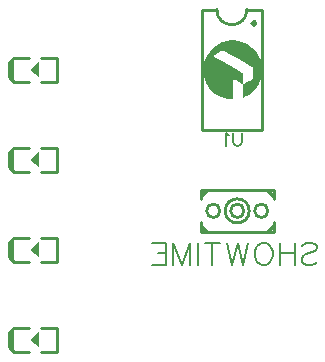
<source format=gbo>
G04 Layer: BottomSilkscreenLayer*
G04 EasyEDA v6.5.22, 2022-11-24 10:27:38*
G04 c2ffbf048bd549cebe30352b3eb0f613,ed70181f279245e6aff80281ee7dc86a,10*
G04 Gerber Generator version 0.2*
G04 Scale: 100 percent, Rotated: No, Reflected: No *
G04 Dimensions in millimeters *
G04 leading zeros omitted , absolute positions ,4 integer and 5 decimal *
%FSLAX45Y45*%
%MOMM*%

%ADD10C,0.1524*%
%ADD11C,0.2540*%

%LPD*%
G36*
X4065574Y5774486D02*
G01*
X4050792Y5774283D01*
X4037329Y5773572D01*
X4026458Y5772404D01*
X4014978Y5770270D01*
X4003548Y5767578D01*
X3992321Y5764326D01*
X3981196Y5760567D01*
X3970223Y5756300D01*
X3959453Y5751474D01*
X3948937Y5746191D01*
X3938625Y5740450D01*
X3928567Y5734202D01*
X3918813Y5727547D01*
X3909314Y5720435D01*
X3900220Y5712917D01*
X3891432Y5705043D01*
X3882999Y5696712D01*
X3875024Y5688076D01*
X3867454Y5679033D01*
X3860292Y5669686D01*
X3853637Y5659983D01*
X3847541Y5650026D01*
X3841902Y5639663D01*
X3836720Y5628894D01*
X3832047Y5617819D01*
X3827932Y5606440D01*
X3824274Y5594858D01*
X3821176Y5583123D01*
X3818585Y5571236D01*
X3816553Y5559298D01*
X3815130Y5547360D01*
X3814267Y5535472D01*
X3814013Y5523636D01*
X3814368Y5512003D01*
X3815283Y5500522D01*
X3817061Y5487670D01*
X3819398Y5475020D01*
X3822242Y5462625D01*
X3825697Y5450433D01*
X3829710Y5438597D01*
X3834231Y5427014D01*
X3839260Y5415737D01*
X3844798Y5404764D01*
X3850894Y5394147D01*
X3857447Y5383885D01*
X3864508Y5373928D01*
X3872077Y5364378D01*
X3880053Y5355234D01*
X3888536Y5346446D01*
X3897477Y5338064D01*
X3906824Y5330139D01*
X3916629Y5322620D01*
X3926890Y5315610D01*
X3937508Y5309006D01*
X3948582Y5302910D01*
X3961231Y5296814D01*
X3974490Y5291328D01*
X3988104Y5286451D01*
X4001820Y5282336D01*
X4015435Y5279034D01*
X4028643Y5276545D01*
X4041190Y5275021D01*
X4047134Y5274614D01*
X4064406Y5274513D01*
X4064558Y5395976D01*
X4065422Y5435244D01*
X4065828Y5439105D01*
X4067098Y5441188D01*
X4069130Y5442305D01*
X4072128Y5442407D01*
X4076293Y5441391D01*
X4081729Y5439206D01*
X4088688Y5435803D01*
X4130395Y5412536D01*
X4137812Y5408676D01*
X4141317Y5407304D01*
X4143756Y5407609D01*
X4145686Y5408828D01*
X4147159Y5411216D01*
X4148226Y5415076D01*
X4148988Y5420766D01*
X4149445Y5428488D01*
X4149699Y5451551D01*
X4149547Y5467502D01*
X4148988Y5480862D01*
X4148175Y5490565D01*
X4147718Y5493766D01*
X4147159Y5495696D01*
X4145991Y5497068D01*
X4143400Y5499201D01*
X4133748Y5505805D01*
X4117797Y5515813D01*
X4095089Y5529427D01*
X4028033Y5568543D01*
X3968750Y5602833D01*
X3925417Y5628284D01*
X3907332Y5639257D01*
X3903675Y5643930D01*
X3904437Y5648553D01*
X3910228Y5653989D01*
X3921556Y5660999D01*
X3963974Y5685586D01*
X3970578Y5688838D01*
X3976014Y5691022D01*
X3979468Y5691835D01*
X3981704Y5691124D01*
X3992676Y5685790D01*
X4010812Y5676036D01*
X4034536Y5662879D01*
X4099966Y5625439D01*
X4159961Y5590184D01*
X4186326Y5574385D01*
X4208119Y5561025D01*
X4223715Y5551017D01*
X4228693Y5547614D01*
X4231487Y5545429D01*
X4231995Y5544820D01*
X4232706Y5542788D01*
X4233367Y5539689D01*
X4234281Y5530240D01*
X4234840Y5516118D01*
X4235043Y5497068D01*
X4234891Y5475020D01*
X4234332Y5461660D01*
X4233824Y5457444D01*
X4233062Y5454345D01*
X4232148Y5452160D01*
X4230928Y5450433D01*
X4226610Y5447030D01*
X4217873Y5441289D01*
X4206087Y5434025D01*
X4178706Y5418175D01*
X4158183Y5405729D01*
X4153814Y5402681D01*
X4152544Y5401157D01*
X4151579Y5399024D01*
X4150868Y5395671D01*
X4150410Y5390642D01*
X4150055Y5373573D01*
X4150918Y5288584D01*
X4176268Y5300929D01*
X4187037Y5306771D01*
X4197451Y5313019D01*
X4207459Y5319674D01*
X4217111Y5326735D01*
X4226306Y5334203D01*
X4235145Y5341975D01*
X4243527Y5350154D01*
X4251502Y5358638D01*
X4259021Y5367477D01*
X4266082Y5376621D01*
X4272686Y5386070D01*
X4278884Y5395823D01*
X4284573Y5405831D01*
X4289806Y5416143D01*
X4294530Y5426659D01*
X4298746Y5437479D01*
X4302506Y5448452D01*
X4305706Y5459679D01*
X4308449Y5471109D01*
X4310634Y5482742D01*
X4312259Y5494528D01*
X4313377Y5506466D01*
X4313936Y5518556D01*
X4313936Y5530951D01*
X4313377Y5543245D01*
X4312310Y5555284D01*
X4310735Y5567121D01*
X4308602Y5578754D01*
X4305909Y5590133D01*
X4302709Y5601309D01*
X4298950Y5612231D01*
X4294682Y5623001D01*
X4289806Y5633516D01*
X4284472Y5643778D01*
X4278528Y5653887D01*
X4272076Y5663793D01*
X4265066Y5673496D01*
X4257497Y5682996D01*
X4249369Y5692292D01*
X4240377Y5701741D01*
X4230420Y5711088D01*
X4220006Y5719876D01*
X4209135Y5728106D01*
X4197908Y5735777D01*
X4186275Y5742838D01*
X4174337Y5749239D01*
X4162094Y5754979D01*
X4149598Y5760059D01*
X4136948Y5764428D01*
X4124096Y5768086D01*
X4111193Y5770981D01*
X4099661Y5772861D01*
X4087317Y5773877D01*
X4073042Y5774436D01*
G37*
D10*
X4140200Y4992115D02*
G01*
X4140200Y4914137D01*
X4135120Y4898644D01*
X4124706Y4888229D01*
X4108958Y4883150D01*
X4098543Y4883150D01*
X4083050Y4888229D01*
X4072636Y4898644D01*
X4067556Y4914137D01*
X4067556Y4992115D01*
X4033265Y4971287D02*
G01*
X4022852Y4976621D01*
X4007104Y4992115D01*
X4007104Y4883150D01*
X4647928Y4035346D02*
G01*
X4666109Y4053527D01*
X4693381Y4062618D01*
X4729746Y4062618D01*
X4757018Y4053527D01*
X4775200Y4035346D01*
X4775200Y4017162D01*
X4766109Y3998981D01*
X4757018Y3989890D01*
X4738837Y3980799D01*
X4684290Y3962618D01*
X4666109Y3953527D01*
X4657018Y3944437D01*
X4647928Y3926253D01*
X4647928Y3898981D01*
X4666109Y3880799D01*
X4693381Y3871709D01*
X4729746Y3871709D01*
X4757018Y3880799D01*
X4775200Y3898981D01*
X4587928Y4062618D02*
G01*
X4587928Y3871709D01*
X4460654Y4062618D02*
G01*
X4460654Y3871709D01*
X4587928Y3971709D02*
G01*
X4460654Y3971709D01*
X4346110Y4062618D02*
G01*
X4364291Y4053527D01*
X4382472Y4035346D01*
X4391563Y4017162D01*
X4400654Y3989890D01*
X4400654Y3944437D01*
X4391563Y3917162D01*
X4382472Y3898981D01*
X4364291Y3880799D01*
X4346110Y3871709D01*
X4309747Y3871709D01*
X4291563Y3880799D01*
X4273382Y3898981D01*
X4264291Y3917162D01*
X4255201Y3944437D01*
X4255201Y3989890D01*
X4264291Y4017162D01*
X4273382Y4035346D01*
X4291563Y4053527D01*
X4309747Y4062618D01*
X4346110Y4062618D01*
X4195201Y4062618D02*
G01*
X4149747Y3871709D01*
X4104292Y4062618D02*
G01*
X4149747Y3871709D01*
X4104292Y4062618D02*
G01*
X4058838Y3871709D01*
X4013382Y4062618D02*
G01*
X4058838Y3871709D01*
X3889748Y4062618D02*
G01*
X3889748Y3871709D01*
X3953383Y4062618D02*
G01*
X3826111Y4062618D01*
X3766111Y4062618D02*
G01*
X3766111Y3871709D01*
X3706111Y4062618D02*
G01*
X3706111Y3871709D01*
X3706111Y4062618D02*
G01*
X3633383Y3871709D01*
X3560655Y4062618D02*
G01*
X3633383Y3871709D01*
X3560655Y4062618D02*
G01*
X3560655Y3871709D01*
X3500655Y4062618D02*
G01*
X3500655Y3871709D01*
X3500655Y4062618D02*
G01*
X3382474Y4062618D01*
X3500655Y3971709D02*
G01*
X3427930Y3971709D01*
X3500655Y3871709D02*
G01*
X3382474Y3871709D01*
G36*
X2425700Y5588000D02*
G01*
X2349500Y5524500D01*
X2425700Y5461000D01*
G37*
G36*
X2425700Y4826000D02*
G01*
X2349500Y4762500D01*
X2425700Y4699000D01*
G37*
G36*
X2425700Y4064000D02*
G01*
X2349500Y4000500D01*
X2425700Y3937000D01*
G37*
G36*
X2425700Y3302000D02*
G01*
X2349500Y3238500D01*
X2425700Y3175000D01*
G37*
D11*
X3929001Y6034199D02*
G01*
X3802001Y6034199D01*
X4310001Y5018199D02*
G01*
X3802001Y5018199D01*
X3802001Y5018199D02*
G01*
X3802001Y6034199D01*
X4310001Y5018199D02*
G01*
X4310001Y6034199D01*
X4310001Y6034199D02*
G01*
X4183001Y6034199D01*
X2184400Y5600700D02*
G01*
X2184400Y5448300D01*
X2197806Y5614106D02*
G01*
X2197100Y5435600D01*
X2336800Y5626100D02*
G01*
X2209800Y5626100D01*
X2171700Y5588000D01*
X2171700Y5461000D01*
X2209800Y5422900D01*
X2336800Y5422900D01*
X2438400Y5626100D02*
G01*
X2578100Y5626100D01*
X2578100Y5422900D01*
X2438400Y5422900D01*
X2184400Y4838700D02*
G01*
X2184400Y4686300D01*
X2197806Y4852106D02*
G01*
X2197100Y4673600D01*
X2336800Y4864100D02*
G01*
X2209800Y4864100D01*
X2171700Y4826000D01*
X2171700Y4699000D01*
X2209800Y4660900D01*
X2336800Y4660900D01*
X2438400Y4864100D02*
G01*
X2578100Y4864100D01*
X2578100Y4660900D01*
X2438400Y4660900D01*
X2184400Y4076700D02*
G01*
X2184400Y3924300D01*
X2197806Y4090106D02*
G01*
X2197100Y3911600D01*
X2336800Y4102100D02*
G01*
X2209800Y4102100D01*
X2171700Y4064000D01*
X2171700Y3937000D01*
X2209800Y3898900D01*
X2336800Y3898900D01*
X2438400Y4102100D02*
G01*
X2578100Y4102100D01*
X2578100Y3898900D01*
X2438400Y3898900D01*
X2184400Y3314700D02*
G01*
X2184400Y3162300D01*
X2197806Y3328106D02*
G01*
X2197100Y3149600D01*
X2336800Y3340100D02*
G01*
X2209800Y3340100D01*
X2171700Y3302000D01*
X2171700Y3175000D01*
X2209800Y3136900D01*
X2336800Y3136900D01*
X2438400Y3340100D02*
G01*
X2578100Y3340100D01*
X2578100Y3136900D01*
X2438400Y3136900D01*
X4412101Y4510699D02*
G01*
X3792108Y4510699D01*
X3792108Y4150695D02*
G01*
X4412101Y4150695D01*
X4406905Y4203697D02*
G01*
X4356105Y4152897D01*
X4406905Y4457697D02*
G01*
X4356105Y4508497D01*
X3848105Y4508497D02*
G01*
X3797305Y4457697D01*
X3848105Y4152897D02*
G01*
X3797305Y4203697D01*
X3792108Y4510699D02*
G01*
X3792108Y4428812D01*
X3792108Y4232584D02*
G01*
X3792108Y4150695D01*
X4412101Y4510699D02*
G01*
X4412101Y4428812D01*
X4412101Y4232584D02*
G01*
X4412101Y4150695D01*
G75*
G01*
X3929002Y6034199D02*
G03*
X4183002Y6034199I127000J0D01*
G75*
G01
X4259758Y5918200D02*
G03X4259758Y5918200I-17958J0D01*
G75*
G01
X4158894Y4330700D02*
G03X4158894Y4330700I-56794J0D01*
G75*
G01
X4203700Y4330700D02*
G03X4203700Y4330700I-101600J0D01*
G75*
G01
X3955694Y4330700D02*
G03X3955694Y4330700I-56794J0D01*
G75*
G01
X4362094Y4330700D02*
G03X4362094Y4330700I-56794J0D01*
M02*

</source>
